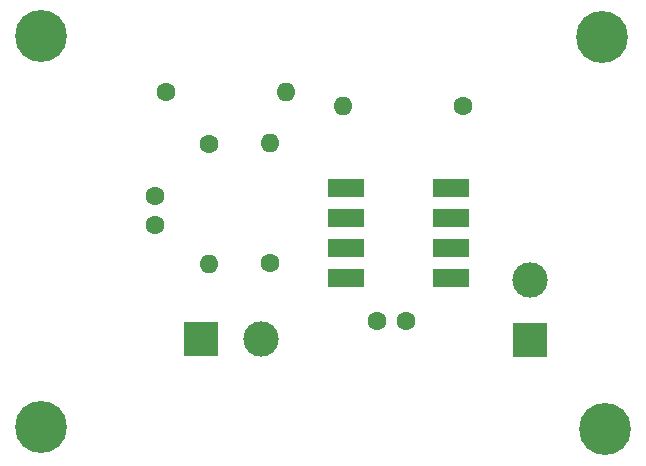
<source format=gbr>
%TF.GenerationSoftware,KiCad,Pcbnew,(5.1.7)-1*%
%TF.CreationDate,2022-10-27T22:03:01+03:00*%
%TF.ProjectId,wien_osc,7769656e-5f6f-4736-932e-6b696361645f,rev?*%
%TF.SameCoordinates,Original*%
%TF.FileFunction,Soldermask,Top*%
%TF.FilePolarity,Negative*%
%FSLAX46Y46*%
G04 Gerber Fmt 4.6, Leading zero omitted, Abs format (unit mm)*
G04 Created by KiCad (PCBNEW (5.1.7)-1) date 2022-10-27 22:03:01*
%MOMM*%
%LPD*%
G01*
G04 APERTURE LIST*
%ADD10C,4.400000*%
%ADD11R,3.100000X1.600000*%
%ADD12O,1.600000X1.600000*%
%ADD13C,1.600000*%
%ADD14C,3.000000*%
%ADD15R,3.000000X3.000000*%
G04 APERTURE END LIST*
D10*
%TO.C,H4*%
X172720000Y-117094000D03*
%TD*%
D11*
%TO.C,LM741*%
X159720280Y-96687640D03*
X150830280Y-104307640D03*
X159720280Y-99227640D03*
X150830280Y-101767640D03*
X159720280Y-101767640D03*
X150830280Y-99227640D03*
X159720280Y-104307640D03*
X150830280Y-96687640D03*
%TD*%
D12*
%TO.C,2100 ohm*%
X150530560Y-89748360D03*
D13*
X160690560Y-89748360D03*
%TD*%
D12*
%TO.C,1k ohm*%
X144332960Y-92890340D03*
D13*
X144332960Y-103050340D03*
%TD*%
D12*
%TO.C,1k ohm*%
X145719800Y-88595200D03*
D13*
X135559800Y-88595200D03*
%TD*%
D12*
%TO.C,1k ohm*%
X139181840Y-103174800D03*
D13*
X139181840Y-93014800D03*
%TD*%
D14*
%TO.C,9 V*%
X166375080Y-104475280D03*
D15*
X166375080Y-109555280D03*
%TD*%
D14*
%TO.C,9V*%
X143570960Y-109468920D03*
D15*
X138490960Y-109468920D03*
%TD*%
D10*
%TO.C,H3*%
X172500000Y-83954620D03*
%TD*%
%TO.C,H2*%
X125000000Y-116906040D03*
%TD*%
%TO.C,H1*%
X125000000Y-83868260D03*
%TD*%
D13*
%TO.C,0.1 uF*%
X153395040Y-107955080D03*
X155895040Y-107955080D03*
%TD*%
%TO.C,0.1 uF*%
X134653020Y-97352480D03*
X134653020Y-99852480D03*
%TD*%
M02*

</source>
